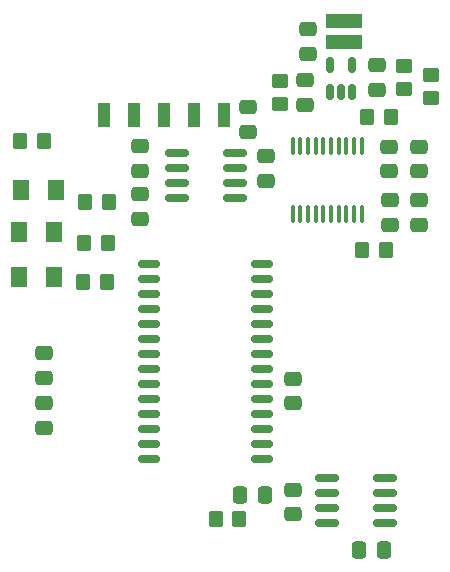
<source format=gtp>
G04 #@! TF.GenerationSoftware,KiCad,Pcbnew,8.0.9-8.0.9-0~ubuntu24.04.1*
G04 #@! TF.CreationDate,2025-06-07T19:12:40-04:00*
G04 #@! TF.ProjectId,Sensor Board,53656e73-6f72-4204-926f-6172642e6b69,rev?*
G04 #@! TF.SameCoordinates,Original*
G04 #@! TF.FileFunction,Paste,Top*
G04 #@! TF.FilePolarity,Positive*
%FSLAX46Y46*%
G04 Gerber Fmt 4.6, Leading zero omitted, Abs format (unit mm)*
G04 Created by KiCad (PCBNEW 8.0.9-8.0.9-0~ubuntu24.04.1) date 2025-06-07 19:12:40*
%MOMM*%
%LPD*%
G01*
G04 APERTURE LIST*
G04 Aperture macros list*
%AMRoundRect*
0 Rectangle with rounded corners*
0 $1 Rounding radius*
0 $2 $3 $4 $5 $6 $7 $8 $9 X,Y pos of 4 corners*
0 Add a 4 corners polygon primitive as box body*
4,1,4,$2,$3,$4,$5,$6,$7,$8,$9,$2,$3,0*
0 Add four circle primitives for the rounded corners*
1,1,$1+$1,$2,$3*
1,1,$1+$1,$4,$5*
1,1,$1+$1,$6,$7*
1,1,$1+$1,$8,$9*
0 Add four rect primitives between the rounded corners*
20,1,$1+$1,$2,$3,$4,$5,0*
20,1,$1+$1,$4,$5,$6,$7,0*
20,1,$1+$1,$6,$7,$8,$9,0*
20,1,$1+$1,$8,$9,$2,$3,0*%
G04 Aperture macros list end*
%ADD10RoundRect,0.250000X-0.475000X0.337500X-0.475000X-0.337500X0.475000X-0.337500X0.475000X0.337500X0*%
%ADD11RoundRect,0.250000X-0.450000X0.350000X-0.450000X-0.350000X0.450000X-0.350000X0.450000X0.350000X0*%
%ADD12RoundRect,0.150000X0.150000X-0.512500X0.150000X0.512500X-0.150000X0.512500X-0.150000X-0.512500X0*%
%ADD13R,1.000000X2.000000*%
%ADD14RoundRect,0.250000X0.337500X0.475000X-0.337500X0.475000X-0.337500X-0.475000X0.337500X-0.475000X0*%
%ADD15RoundRect,0.250000X0.350000X0.450000X-0.350000X0.450000X-0.350000X-0.450000X0.350000X-0.450000X0*%
%ADD16RoundRect,0.250000X0.475000X-0.337500X0.475000X0.337500X-0.475000X0.337500X-0.475000X-0.337500X0*%
%ADD17RoundRect,0.250000X-0.350000X-0.450000X0.350000X-0.450000X0.350000X0.450000X-0.350000X0.450000X0*%
%ADD18RoundRect,0.150000X-0.825000X-0.150000X0.825000X-0.150000X0.825000X0.150000X-0.825000X0.150000X0*%
%ADD19RoundRect,0.250001X0.462499X0.624999X-0.462499X0.624999X-0.462499X-0.624999X0.462499X-0.624999X0*%
%ADD20R,3.100000X1.300000*%
%ADD21RoundRect,0.250000X-0.337500X-0.475000X0.337500X-0.475000X0.337500X0.475000X-0.337500X0.475000X0*%
%ADD22RoundRect,0.100000X-0.100000X0.637500X-0.100000X-0.637500X0.100000X-0.637500X0.100000X0.637500X0*%
%ADD23RoundRect,0.150000X-0.750000X-0.150000X0.750000X-0.150000X0.750000X0.150000X-0.750000X0.150000X0*%
G04 APERTURE END LIST*
D10*
X185420000Y-90297000D03*
X185420000Y-92372000D03*
D11*
X205384400Y-63008000D03*
X205384400Y-65008000D03*
D12*
X209616000Y-63925000D03*
X210566000Y-63925000D03*
X211516000Y-63925000D03*
X211516000Y-61650000D03*
X209616000Y-61650000D03*
D13*
X190500000Y-65887500D03*
X193040000Y-65887500D03*
X195580000Y-65887500D03*
X198120000Y-65887500D03*
X200660000Y-65887500D03*
D14*
X204110500Y-98044000D03*
X202035500Y-98044000D03*
D10*
X193548000Y-72608500D03*
X193548000Y-74683500D03*
X204216000Y-69408500D03*
X204216000Y-71483500D03*
X206502000Y-88243500D03*
X206502000Y-90318500D03*
D15*
X214360000Y-77343000D03*
X212360000Y-77343000D03*
D16*
X214680000Y-75179000D03*
X214680000Y-73104000D03*
D17*
X188865000Y-73279000D03*
X190865000Y-73279000D03*
D18*
X196661000Y-69158500D03*
X196661000Y-70428500D03*
X196661000Y-71698500D03*
X196661000Y-72968500D03*
X201611000Y-72968500D03*
X201611000Y-71698500D03*
X201611000Y-70428500D03*
X201611000Y-69158500D03*
D11*
X215900000Y-61738000D03*
X215900000Y-63738000D03*
D10*
X206451200Y-97616100D03*
X206451200Y-99691100D03*
D11*
X218186000Y-62500000D03*
X218186000Y-64500000D03*
D19*
X186272500Y-79629000D03*
X183297500Y-79629000D03*
D17*
X188799500Y-76708000D03*
X190799500Y-76708000D03*
D18*
X209361000Y-96668500D03*
X209361000Y-97938500D03*
X209361000Y-99208500D03*
X209361000Y-100478500D03*
X214311000Y-100478500D03*
X214311000Y-99208500D03*
X214311000Y-97938500D03*
X214311000Y-96668500D03*
D16*
X217170000Y-75184000D03*
X217170000Y-73109000D03*
X207772000Y-60727500D03*
X207772000Y-58652500D03*
D17*
X188738000Y-80010000D03*
X190738000Y-80010000D03*
D15*
X201930000Y-100076000D03*
X199930000Y-100076000D03*
D20*
X210779600Y-57924800D03*
X210779600Y-59724800D03*
D21*
X212097800Y-102717600D03*
X214172800Y-102717600D03*
D16*
X185420000Y-88159500D03*
X185420000Y-86084500D03*
X202692000Y-67331500D03*
X202692000Y-65256500D03*
D19*
X186272500Y-75819000D03*
X183297500Y-75819000D03*
D22*
X212300000Y-68523500D03*
X211650000Y-68523500D03*
X211000000Y-68523500D03*
X210350000Y-68523500D03*
X209700000Y-68523500D03*
X209050000Y-68523500D03*
X208400000Y-68523500D03*
X207750000Y-68523500D03*
X207100000Y-68523500D03*
X206450000Y-68523500D03*
X206450000Y-74248500D03*
X207100000Y-74248500D03*
X207750000Y-74248500D03*
X208400000Y-74248500D03*
X209050000Y-74248500D03*
X209700000Y-74248500D03*
X210350000Y-74248500D03*
X211000000Y-74248500D03*
X211650000Y-74248500D03*
X212300000Y-74248500D03*
D16*
X217170000Y-70660000D03*
X217170000Y-68585000D03*
D17*
X183404000Y-68072000D03*
X185404000Y-68072000D03*
D16*
X214630000Y-70655000D03*
X214630000Y-68580000D03*
D19*
X186399500Y-72263000D03*
X183424500Y-72263000D03*
D15*
X214775000Y-66040000D03*
X212775000Y-66040000D03*
D10*
X193548000Y-68558500D03*
X193548000Y-70633500D03*
X213614000Y-61700500D03*
X213614000Y-63775500D03*
X207518000Y-62970500D03*
X207518000Y-65045500D03*
D23*
X194300000Y-78486000D03*
X194300000Y-79756000D03*
X194300000Y-81026000D03*
X194300000Y-82296000D03*
X194300000Y-83566000D03*
X194300000Y-84836000D03*
X194300000Y-86106000D03*
X194300000Y-87376000D03*
X194300000Y-88646000D03*
X194300000Y-89916000D03*
X194300000Y-91186000D03*
X194300000Y-92456000D03*
X194300000Y-93726000D03*
X194300000Y-94996000D03*
X203900000Y-94996000D03*
X203900000Y-93726000D03*
X203900000Y-92456000D03*
X203900000Y-91186000D03*
X203900000Y-89916000D03*
X203900000Y-88646000D03*
X203900000Y-87376000D03*
X203900000Y-86106000D03*
X203900000Y-84836000D03*
X203900000Y-83566000D03*
X203900000Y-82296000D03*
X203900000Y-81026000D03*
X203900000Y-79756000D03*
X203900000Y-78486000D03*
M02*

</source>
